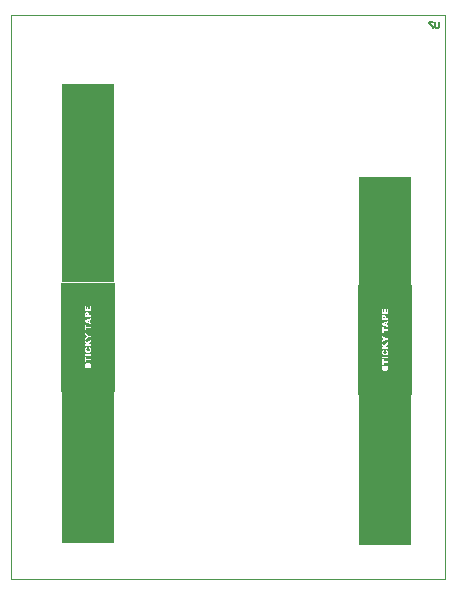
<source format=gbo>
G04 Layer_Color=32896*
%FSLAX44Y44*%
%MOMM*%
G71*
G01*
G75*
%ADD55C,0.1000*%
%ADD58C,0.1500*%
%ADD100R,4.5250X16.8750*%
%ADD101R,4.5250X12.8750*%
%ADD102R,4.5250X9.1750*%
G36*
X88838Y159250D02*
X43590D01*
Y251783D01*
X88838D01*
Y159250D01*
D02*
G37*
G36*
X340338Y157000D02*
X295090D01*
Y249533D01*
X340338D01*
Y157000D01*
D02*
G37*
%LPC*%
G36*
X68750Y231783D02*
X67599D01*
Y229081D01*
X66604D01*
Y231520D01*
X65570D01*
Y229081D01*
X64761D01*
Y231705D01*
X63678D01*
Y227511D01*
X68750D01*
Y231783D01*
D02*
G37*
G36*
X63678Y208911D02*
Y207175D01*
X65385Y206150D01*
X63678Y205136D01*
Y203400D01*
X66634Y205370D01*
X68750D01*
Y206940D01*
X66634D01*
X63678Y208911D01*
D02*
G37*
G36*
X68750Y203390D02*
X65590Y201459D01*
X63678Y203302D01*
Y201215D01*
X65600Y199586D01*
X63678D01*
Y198016D01*
X68750D01*
Y199586D01*
X67521D01*
X66673Y200396D01*
X68750Y201459D01*
Y203390D01*
D02*
G37*
G36*
X67102Y197245D02*
X67092D01*
X66673Y195870D01*
X66848Y195821D01*
X66994Y195773D01*
X67121Y195714D01*
X67228Y195656D01*
X67306Y195607D01*
X67365Y195568D01*
X67404Y195539D01*
X67414Y195529D01*
X67492Y195431D01*
X67550Y195334D01*
X67599Y195217D01*
X67628Y195109D01*
X67648Y195012D01*
X67658Y194934D01*
Y194875D01*
Y194865D01*
Y194856D01*
X67648Y194690D01*
X67609Y194544D01*
X67560Y194427D01*
X67502Y194319D01*
X67443Y194241D01*
X67394Y194183D01*
X67355Y194144D01*
X67345Y194134D01*
X67277Y194085D01*
X67209Y194046D01*
X67033Y193988D01*
X66848Y193939D01*
X66653Y193910D01*
X66477Y193890D01*
X66399D01*
X66331Y193880D01*
X66195D01*
X65951Y193890D01*
X65746Y193910D01*
X65580Y193949D01*
X65434Y193988D01*
X65326Y194027D01*
X65248Y194066D01*
X65209Y194085D01*
X65190Y194095D01*
X65112Y194153D01*
X65044Y194212D01*
X64946Y194339D01*
X64868Y194475D01*
X64809Y194602D01*
X64780Y194719D01*
X64770Y194817D01*
X64761Y194856D01*
Y194885D01*
Y194895D01*
Y194904D01*
X64780Y195070D01*
X64790Y195139D01*
X64809Y195207D01*
X64829Y195256D01*
X64839Y195295D01*
X64858Y195314D01*
Y195324D01*
X64946Y195460D01*
X65034Y195568D01*
X65073Y195607D01*
X65112Y195636D01*
X65131Y195646D01*
X65141Y195656D01*
X65190Y195685D01*
X65239Y195714D01*
X65346Y195763D01*
X65395Y195782D01*
X65434Y195802D01*
X65463Y195812D01*
X65473D01*
X65170Y197197D01*
X64888Y197080D01*
X64644Y196953D01*
X64439Y196816D01*
X64273Y196689D01*
X64146Y196563D01*
X64049Y196465D01*
X64019Y196426D01*
X64000Y196397D01*
X63980Y196387D01*
Y196377D01*
X63912Y196270D01*
X63854Y196153D01*
X63756Y195909D01*
X63688Y195656D01*
X63639Y195422D01*
X63620Y195304D01*
X63610Y195197D01*
X63600Y195109D01*
Y195022D01*
X63590Y194963D01*
Y194904D01*
Y194875D01*
Y194865D01*
X63600Y194641D01*
X63620Y194436D01*
X63649Y194241D01*
X63698Y194056D01*
X63746Y193890D01*
X63805Y193734D01*
X63863Y193588D01*
X63932Y193461D01*
X63990Y193354D01*
X64058Y193246D01*
X64117Y193168D01*
X64166Y193100D01*
X64215Y193042D01*
X64244Y193003D01*
X64263Y192983D01*
X64273Y192973D01*
X64410Y192856D01*
X64546Y192759D01*
X64702Y192671D01*
X64858Y192593D01*
X65014Y192525D01*
X65180Y192476D01*
X65492Y192398D01*
X65639Y192369D01*
X65775Y192349D01*
X65892Y192330D01*
X65999Y192320D01*
X66087Y192310D01*
X66204D01*
X66546Y192330D01*
X66848Y192369D01*
X66985Y192398D01*
X67111Y192427D01*
X67228Y192466D01*
X67336Y192505D01*
X67433Y192534D01*
X67511Y192573D01*
X67589Y192603D01*
X67648Y192632D01*
X67697Y192652D01*
X67726Y192671D01*
X67745Y192691D01*
X67755D01*
X67970Y192837D01*
X68145Y192993D01*
X68292Y193139D01*
X68409Y193285D01*
X68496Y193403D01*
X68555Y193500D01*
X68574Y193539D01*
X68594Y193568D01*
X68604Y193578D01*
Y193588D01*
X68682Y193802D01*
X68740Y194027D01*
X68779Y194251D01*
X68808Y194466D01*
X68828Y194651D01*
Y194739D01*
X68838Y194807D01*
Y194865D01*
Y194904D01*
Y194934D01*
Y194944D01*
X68828Y195187D01*
X68808Y195412D01*
X68779Y195597D01*
X68740Y195763D01*
X68701Y195890D01*
X68672Y195987D01*
X68653Y196046D01*
X68643Y196065D01*
X68565Y196221D01*
X68467Y196368D01*
X68370Y196494D01*
X68272Y196592D01*
X68194Y196680D01*
X68126Y196748D01*
X68077Y196787D01*
X68057Y196797D01*
X67901Y196904D01*
X67745Y196992D01*
X67580Y197070D01*
X67424Y197138D01*
X67297Y197187D01*
X67189Y197216D01*
X67150Y197226D01*
X67121Y197236D01*
X67102Y197245D01*
D02*
G37*
G36*
X65317Y226691D02*
X65102D01*
X64975Y226672D01*
X64741Y226623D01*
X64546Y226555D01*
X64380Y226477D01*
X64254Y226399D01*
X64166Y226331D01*
X64107Y226282D01*
X64088Y226272D01*
Y226262D01*
X64019Y226175D01*
X63951Y226087D01*
X63854Y225882D01*
X63776Y225677D01*
X63727Y225463D01*
X63698Y225277D01*
X63688Y225199D01*
Y225121D01*
X63678Y225063D01*
Y225024D01*
Y224994D01*
Y224985D01*
Y222390D01*
X68750D01*
Y223960D01*
X66868D01*
Y224819D01*
X66858Y224994D01*
X66848Y225151D01*
X66828Y225297D01*
X66799Y225433D01*
X66770Y225560D01*
X66731Y225677D01*
X66692Y225784D01*
X66653Y225872D01*
X66614Y225960D01*
X66575Y226028D01*
X66536Y226087D01*
X66507Y226136D01*
X66477Y226175D01*
X66458Y226204D01*
X66438Y226214D01*
Y226223D01*
X66351Y226301D01*
X66263Y226379D01*
X66068Y226496D01*
X65873Y226574D01*
X65678Y226633D01*
X65502Y226672D01*
X65434Y226682D01*
X65366D01*
X65317Y226691D01*
D02*
G37*
G36*
X68750Y221893D02*
X63678Y219991D01*
Y218274D01*
X68750Y216372D01*
Y217962D01*
X67911Y218225D01*
Y219991D01*
X68750Y220244D01*
Y221893D01*
D02*
G37*
G36*
X64927Y216187D02*
X63678D01*
Y211417D01*
X64927D01*
Y213017D01*
X68750D01*
Y214587D01*
X64927D01*
Y216187D01*
D02*
G37*
G36*
X67180Y183834D02*
X67102D01*
X66955Y183824D01*
X66809Y183805D01*
X66682Y183766D01*
X66575Y183737D01*
X66487Y183698D01*
X66419Y183659D01*
X66380Y183639D01*
X66360Y183629D01*
X66234Y183542D01*
X66126Y183444D01*
X66029Y183337D01*
X65951Y183230D01*
X65882Y183132D01*
X65834Y183054D01*
X65804Y182995D01*
X65795Y182986D01*
Y182976D01*
X65756Y182888D01*
X65707Y182791D01*
X65629Y182566D01*
X65551Y182322D01*
X65483Y182079D01*
X65453Y181971D01*
X65424Y181864D01*
X65405Y181766D01*
X65385Y181679D01*
X65366Y181610D01*
X65356Y181562D01*
X65346Y181523D01*
Y181513D01*
X65317Y181376D01*
X65278Y181259D01*
X65248Y181171D01*
X65219Y181103D01*
X65200Y181054D01*
X65180Y181015D01*
X65161Y181006D01*
Y180996D01*
X65122Y180957D01*
X65083Y180937D01*
X65014Y180898D01*
X64956Y180889D01*
X64936D01*
X64878Y180898D01*
X64819Y180908D01*
X64731Y180957D01*
X64673Y181006D01*
X64663Y181015D01*
X64654Y181025D01*
X64615Y181084D01*
X64585Y181142D01*
X64546Y181279D01*
Y181337D01*
X64536Y181386D01*
Y181415D01*
Y181425D01*
X64546Y181542D01*
X64556Y181649D01*
X64585Y181737D01*
X64615Y181805D01*
X64644Y181864D01*
X64663Y181913D01*
X64683Y181932D01*
X64693Y181942D01*
X64761Y182010D01*
X64839Y182069D01*
X64917Y182108D01*
X64995Y182147D01*
X65073Y182166D01*
X65131Y182186D01*
X65170Y182196D01*
X65190D01*
X65112Y183668D01*
X64966Y183649D01*
X64839Y183610D01*
X64712Y183581D01*
X64595Y183532D01*
X64400Y183434D01*
X64244Y183327D01*
X64117Y183220D01*
X64029Y183132D01*
X63980Y183073D01*
X63961Y183064D01*
Y183054D01*
X63893Y182956D01*
X63834Y182849D01*
X63746Y182615D01*
X63678Y182361D01*
X63639Y182127D01*
X63620Y182020D01*
X63610Y181913D01*
X63600Y181825D01*
Y181737D01*
X63590Y181679D01*
Y181620D01*
Y181591D01*
Y181581D01*
X63600Y181298D01*
X63620Y181054D01*
X63659Y180840D01*
X63688Y180664D01*
X63727Y180518D01*
X63746Y180459D01*
X63766Y180420D01*
X63776Y180381D01*
X63785Y180352D01*
X63795Y180342D01*
Y180333D01*
X63873Y180177D01*
X63961Y180040D01*
X64049Y179923D01*
X64137Y179825D01*
X64224Y179757D01*
X64283Y179699D01*
X64322Y179669D01*
X64341Y179660D01*
X64478Y179582D01*
X64605Y179533D01*
X64731Y179494D01*
X64839Y179465D01*
X64936Y179445D01*
X65014Y179435D01*
X65083D01*
X65190Y179445D01*
X65297Y179455D01*
X65483Y179504D01*
X65648Y179572D01*
X65795Y179660D01*
X65902Y179738D01*
X65990Y179806D01*
X66038Y179855D01*
X66058Y179874D01*
X66126Y179962D01*
X66195Y180060D01*
X66321Y180284D01*
X66429Y180528D01*
X66516Y180772D01*
X66555Y180889D01*
X66585Y180986D01*
X66614Y181084D01*
X66643Y181171D01*
X66653Y181240D01*
X66673Y181289D01*
X66682Y181327D01*
Y181337D01*
X66712Y181445D01*
X66731Y181552D01*
X66789Y181727D01*
X66838Y181864D01*
X66877Y181971D01*
X66916Y182049D01*
X66946Y182098D01*
X66965Y182127D01*
X66975Y182137D01*
X67033Y182196D01*
X67092Y182235D01*
X67150Y182274D01*
X67209Y182293D01*
X67258Y182303D01*
X67297Y182313D01*
X67326D01*
X67404Y182303D01*
X67472Y182283D01*
X67580Y182225D01*
X67628Y182186D01*
X67658Y182157D01*
X67677Y182137D01*
X67687Y182127D01*
X67736Y182059D01*
X67775Y181971D01*
X67804Y181893D01*
X67823Y181805D01*
X67833Y181737D01*
X67843Y181679D01*
Y181640D01*
Y181620D01*
X67833Y181464D01*
X67794Y181327D01*
X67745Y181210D01*
X67687Y181113D01*
X67638Y181035D01*
X67589Y180986D01*
X67550Y180947D01*
X67541Y180937D01*
X67463Y180889D01*
X67375Y180840D01*
X67189Y180781D01*
X67111Y180762D01*
X67043Y180752D01*
X67004Y180742D01*
X66985D01*
X67082Y179250D01*
X67219Y179270D01*
X67355Y179289D01*
X67609Y179357D01*
X67823Y179455D01*
X68009Y179552D01*
X68155Y179650D01*
X68214Y179689D01*
X68262Y179728D01*
X68301Y179757D01*
X68331Y179786D01*
X68340Y179796D01*
X68350Y179806D01*
X68438Y179904D01*
X68506Y180030D01*
X68574Y180157D01*
X68633Y180294D01*
X68721Y180586D01*
X68779Y180889D01*
X68799Y181025D01*
X68808Y181162D01*
X68818Y181279D01*
X68828Y181386D01*
X68838Y181474D01*
Y181532D01*
Y181581D01*
Y181591D01*
X68828Y181854D01*
X68808Y182088D01*
X68769Y182293D01*
X68731Y182469D01*
X68701Y182615D01*
X68682Y182664D01*
X68662Y182712D01*
X68653Y182752D01*
X68643Y182781D01*
X68633Y182791D01*
Y182800D01*
X68545Y182976D01*
X68448Y183122D01*
X68340Y183259D01*
X68243Y183366D01*
X68145Y183454D01*
X68077Y183512D01*
X68028Y183551D01*
X68009Y183561D01*
X67853Y183649D01*
X67687Y183717D01*
X67541Y183766D01*
X67394Y183805D01*
X67277Y183824D01*
X67180Y183834D01*
D02*
G37*
G36*
X64927Y189033D02*
X63678D01*
Y184263D01*
X64927D01*
Y185863D01*
X68750D01*
Y187433D01*
X64927D01*
Y189033D01*
D02*
G37*
G36*
X68750Y191374D02*
X63678D01*
Y189803D01*
X68750D01*
Y191374D01*
D02*
G37*
%LPD*%
G36*
X65375Y225160D02*
X65453Y225141D01*
X65522Y225111D01*
X65580Y225082D01*
X65629Y225043D01*
X65658Y225014D01*
X65678Y224994D01*
X65687Y224985D01*
X65736Y224907D01*
X65775Y224809D01*
X65804Y224702D01*
X65824Y224594D01*
X65834Y224497D01*
X65843Y224419D01*
Y224360D01*
Y224351D01*
Y224341D01*
Y223960D01*
X64712D01*
Y224399D01*
X64722Y224555D01*
X64741Y224682D01*
X64770Y224790D01*
X64800Y224868D01*
X64829Y224936D01*
X64858Y224975D01*
X64878Y224994D01*
X64888Y225004D01*
X64956Y225063D01*
X65024Y225102D01*
X65083Y225131D01*
X65151Y225151D01*
X65200Y225160D01*
X65248Y225170D01*
X65287D01*
X65375Y225160D01*
D02*
G37*
G36*
X66819Y218557D02*
X64995Y219113D01*
X66819Y219669D01*
Y218557D01*
D02*
G37*
%LPC*%
G36*
X316427Y213937D02*
X315178D01*
Y209167D01*
X316427D01*
Y210767D01*
X320250D01*
Y212337D01*
X316427D01*
Y213937D01*
D02*
G37*
G36*
X315178Y206661D02*
Y204925D01*
X316885Y203900D01*
X315178Y202886D01*
Y201150D01*
X318134Y203120D01*
X320250D01*
Y204690D01*
X318134D01*
X315178Y206661D01*
D02*
G37*
G36*
X320250Y219643D02*
X315178Y217741D01*
Y216024D01*
X320250Y214122D01*
Y215712D01*
X319411Y215975D01*
Y217741D01*
X320250Y217994D01*
Y219643D01*
D02*
G37*
G36*
Y229533D02*
X319099D01*
Y226831D01*
X318104D01*
Y229270D01*
X317070D01*
Y226831D01*
X316261D01*
Y229455D01*
X315178D01*
Y225261D01*
X320250D01*
Y229533D01*
D02*
G37*
G36*
X316817Y224442D02*
X316602D01*
X316475Y224422D01*
X316241Y224373D01*
X316046Y224305D01*
X315880Y224227D01*
X315754Y224149D01*
X315666Y224081D01*
X315607Y224032D01*
X315588Y224022D01*
Y224012D01*
X315520Y223925D01*
X315451Y223837D01*
X315354Y223632D01*
X315276Y223427D01*
X315227Y223213D01*
X315198Y223027D01*
X315188Y222949D01*
Y222871D01*
X315178Y222813D01*
Y222774D01*
Y222744D01*
Y222735D01*
Y220140D01*
X320250D01*
Y221710D01*
X318368D01*
Y222569D01*
X318358Y222744D01*
X318348Y222900D01*
X318328Y223047D01*
X318299Y223183D01*
X318270Y223310D01*
X318231Y223427D01*
X318192Y223534D01*
X318153Y223622D01*
X318114Y223710D01*
X318075Y223778D01*
X318036Y223837D01*
X318007Y223886D01*
X317977Y223925D01*
X317958Y223954D01*
X317938Y223964D01*
Y223973D01*
X317851Y224051D01*
X317763Y224129D01*
X317568Y224246D01*
X317373Y224324D01*
X317178Y224383D01*
X317002Y224422D01*
X316934Y224432D01*
X316866D01*
X316817Y224442D01*
D02*
G37*
G36*
X320250Y201140D02*
X317090Y199209D01*
X315178Y201052D01*
Y198965D01*
X317100Y197336D01*
X315178D01*
Y195766D01*
X320250D01*
Y197336D01*
X319021D01*
X318172Y198146D01*
X320250Y199209D01*
Y201140D01*
D02*
G37*
G36*
X318680Y181584D02*
X318602D01*
X318455Y181574D01*
X318309Y181555D01*
X318182Y181516D01*
X318075Y181487D01*
X317987Y181448D01*
X317919Y181409D01*
X317880Y181389D01*
X317860Y181379D01*
X317734Y181292D01*
X317626Y181194D01*
X317529Y181087D01*
X317451Y180979D01*
X317382Y180882D01*
X317334Y180804D01*
X317304Y180745D01*
X317295Y180736D01*
Y180726D01*
X317256Y180638D01*
X317207Y180541D01*
X317129Y180316D01*
X317051Y180072D01*
X316983Y179828D01*
X316953Y179721D01*
X316924Y179614D01*
X316905Y179516D01*
X316885Y179429D01*
X316866Y179360D01*
X316856Y179312D01*
X316846Y179273D01*
Y179263D01*
X316817Y179126D01*
X316778Y179009D01*
X316749Y178922D01*
X316719Y178853D01*
X316700Y178804D01*
X316680Y178765D01*
X316661Y178756D01*
Y178746D01*
X316622Y178707D01*
X316583Y178687D01*
X316514Y178648D01*
X316456Y178639D01*
X316436D01*
X316378Y178648D01*
X316319Y178658D01*
X316231Y178707D01*
X316173Y178756D01*
X316163Y178765D01*
X316154Y178775D01*
X316115Y178834D01*
X316085Y178892D01*
X316046Y179029D01*
Y179087D01*
X316036Y179136D01*
Y179165D01*
Y179175D01*
X316046Y179292D01*
X316056Y179399D01*
X316085Y179487D01*
X316115Y179555D01*
X316144Y179614D01*
X316163Y179663D01*
X316183Y179682D01*
X316192Y179692D01*
X316261Y179760D01*
X316339Y179819D01*
X316417Y179858D01*
X316495Y179897D01*
X316573Y179916D01*
X316631Y179936D01*
X316670Y179946D01*
X316690D01*
X316612Y181418D01*
X316466Y181399D01*
X316339Y181360D01*
X316212Y181331D01*
X316095Y181282D01*
X315900Y181184D01*
X315744Y181077D01*
X315617Y180970D01*
X315529Y180882D01*
X315480Y180823D01*
X315461Y180814D01*
Y180804D01*
X315393Y180706D01*
X315334Y180599D01*
X315246Y180365D01*
X315178Y180111D01*
X315139Y179877D01*
X315120Y179770D01*
X315110Y179663D01*
X315100Y179575D01*
Y179487D01*
X315090Y179429D01*
Y179370D01*
Y179341D01*
Y179331D01*
X315100Y179048D01*
X315120Y178804D01*
X315159Y178590D01*
X315188Y178414D01*
X315227Y178268D01*
X315246Y178209D01*
X315266Y178170D01*
X315276Y178131D01*
X315285Y178102D01*
X315295Y178092D01*
Y178083D01*
X315373Y177927D01*
X315461Y177790D01*
X315549Y177673D01*
X315637Y177575D01*
X315724Y177507D01*
X315783Y177449D01*
X315822Y177419D01*
X315841Y177410D01*
X315978Y177332D01*
X316105Y177283D01*
X316231Y177244D01*
X316339Y177215D01*
X316436Y177195D01*
X316514Y177185D01*
X316583D01*
X316690Y177195D01*
X316797Y177205D01*
X316983Y177254D01*
X317148Y177322D01*
X317295Y177410D01*
X317402Y177488D01*
X317490Y177556D01*
X317539Y177605D01*
X317558Y177624D01*
X317626Y177712D01*
X317695Y177810D01*
X317821Y178034D01*
X317929Y178278D01*
X318016Y178522D01*
X318055Y178639D01*
X318085Y178736D01*
X318114Y178834D01*
X318143Y178922D01*
X318153Y178990D01*
X318172Y179039D01*
X318182Y179077D01*
Y179087D01*
X318211Y179195D01*
X318231Y179302D01*
X318290Y179477D01*
X318338Y179614D01*
X318377Y179721D01*
X318416Y179799D01*
X318446Y179848D01*
X318465Y179877D01*
X318475Y179887D01*
X318533Y179946D01*
X318592Y179985D01*
X318650Y180024D01*
X318709Y180043D01*
X318758Y180053D01*
X318797Y180063D01*
X318826D01*
X318904Y180053D01*
X318972Y180033D01*
X319080Y179975D01*
X319128Y179936D01*
X319158Y179907D01*
X319177Y179887D01*
X319187Y179877D01*
X319236Y179809D01*
X319275Y179721D01*
X319304Y179643D01*
X319323Y179555D01*
X319333Y179487D01*
X319343Y179429D01*
Y179390D01*
Y179370D01*
X319333Y179214D01*
X319294Y179077D01*
X319245Y178960D01*
X319187Y178863D01*
X319138Y178785D01*
X319089Y178736D01*
X319050Y178697D01*
X319041Y178687D01*
X318962Y178639D01*
X318875Y178590D01*
X318689Y178531D01*
X318611Y178512D01*
X318543Y178502D01*
X318504Y178492D01*
X318485D01*
X318582Y177000D01*
X318719Y177020D01*
X318855Y177039D01*
X319109Y177107D01*
X319323Y177205D01*
X319509Y177302D01*
X319655Y177400D01*
X319714Y177439D01*
X319762Y177478D01*
X319801Y177507D01*
X319831Y177536D01*
X319840Y177546D01*
X319850Y177556D01*
X319938Y177654D01*
X320006Y177780D01*
X320074Y177907D01*
X320133Y178044D01*
X320221Y178336D01*
X320279Y178639D01*
X320299Y178775D01*
X320308Y178912D01*
X320318Y179029D01*
X320328Y179136D01*
X320338Y179224D01*
Y179282D01*
Y179331D01*
Y179341D01*
X320328Y179604D01*
X320308Y179838D01*
X320270Y180043D01*
X320230Y180219D01*
X320201Y180365D01*
X320182Y180414D01*
X320162Y180462D01*
X320153Y180501D01*
X320143Y180531D01*
X320133Y180541D01*
Y180550D01*
X320045Y180726D01*
X319948Y180872D01*
X319840Y181009D01*
X319743Y181116D01*
X319645Y181204D01*
X319577Y181262D01*
X319528Y181301D01*
X319509Y181311D01*
X319353Y181399D01*
X319187Y181467D01*
X319041Y181516D01*
X318894Y181555D01*
X318777Y181574D01*
X318680Y181584D01*
D02*
G37*
G36*
X316427Y186783D02*
X315178D01*
Y182013D01*
X316427D01*
Y183613D01*
X320250D01*
Y185183D01*
X316427D01*
Y186783D01*
D02*
G37*
G36*
X318602Y194995D02*
X318592D01*
X318172Y193620D01*
X318348Y193571D01*
X318494Y193523D01*
X318621Y193464D01*
X318728Y193406D01*
X318806Y193357D01*
X318865Y193318D01*
X318904Y193288D01*
X318914Y193279D01*
X318992Y193181D01*
X319050Y193084D01*
X319099Y192967D01*
X319128Y192859D01*
X319148Y192762D01*
X319158Y192684D01*
Y192625D01*
Y192616D01*
Y192606D01*
X319148Y192440D01*
X319109Y192294D01*
X319060Y192177D01*
X319002Y192069D01*
X318943Y191991D01*
X318894Y191933D01*
X318855Y191894D01*
X318846Y191884D01*
X318777Y191835D01*
X318709Y191796D01*
X318533Y191738D01*
X318348Y191689D01*
X318153Y191660D01*
X317977Y191640D01*
X317899D01*
X317831Y191630D01*
X317695D01*
X317451Y191640D01*
X317246Y191660D01*
X317080Y191699D01*
X316934Y191738D01*
X316826Y191777D01*
X316749Y191816D01*
X316709Y191835D01*
X316690Y191845D01*
X316612Y191903D01*
X316544Y191962D01*
X316446Y192089D01*
X316368Y192225D01*
X316310Y192352D01*
X316280Y192469D01*
X316271Y192567D01*
X316261Y192606D01*
Y192635D01*
Y192645D01*
Y192654D01*
X316280Y192820D01*
X316290Y192889D01*
X316310Y192957D01*
X316329Y193006D01*
X316339Y193045D01*
X316358Y193064D01*
Y193074D01*
X316446Y193211D01*
X316534Y193318D01*
X316573Y193357D01*
X316612Y193386D01*
X316631Y193396D01*
X316641Y193406D01*
X316690Y193435D01*
X316739Y193464D01*
X316846Y193513D01*
X316895Y193532D01*
X316934Y193552D01*
X316963Y193562D01*
X316973D01*
X316670Y194947D01*
X316388Y194830D01*
X316144Y194703D01*
X315939Y194566D01*
X315773Y194439D01*
X315646Y194313D01*
X315549Y194215D01*
X315520Y194176D01*
X315500Y194147D01*
X315480Y194137D01*
Y194127D01*
X315412Y194020D01*
X315354Y193903D01*
X315256Y193659D01*
X315188Y193406D01*
X315139Y193172D01*
X315120Y193054D01*
X315110Y192947D01*
X315100Y192859D01*
Y192772D01*
X315090Y192713D01*
Y192654D01*
Y192625D01*
Y192616D01*
X315100Y192391D01*
X315120Y192186D01*
X315149Y191991D01*
X315198Y191806D01*
X315246Y191640D01*
X315305Y191484D01*
X315364Y191338D01*
X315432Y191211D01*
X315490Y191104D01*
X315558Y190996D01*
X315617Y190918D01*
X315666Y190850D01*
X315715Y190792D01*
X315744Y190753D01*
X315763Y190733D01*
X315773Y190723D01*
X315910Y190606D01*
X316046Y190509D01*
X316202Y190421D01*
X316358Y190343D01*
X316514Y190275D01*
X316680Y190226D01*
X316992Y190148D01*
X317139Y190119D01*
X317275Y190099D01*
X317392Y190080D01*
X317500Y190070D01*
X317587Y190060D01*
X317704D01*
X318046Y190080D01*
X318348Y190119D01*
X318485Y190148D01*
X318611Y190177D01*
X318728Y190216D01*
X318836Y190255D01*
X318933Y190284D01*
X319011Y190323D01*
X319089Y190353D01*
X319148Y190382D01*
X319197Y190401D01*
X319226Y190421D01*
X319245Y190441D01*
X319255D01*
X319470Y190587D01*
X319645Y190743D01*
X319792Y190889D01*
X319909Y191035D01*
X319996Y191152D01*
X320055Y191250D01*
X320074Y191289D01*
X320094Y191318D01*
X320104Y191328D01*
Y191338D01*
X320182Y191552D01*
X320240Y191777D01*
X320279Y192001D01*
X320308Y192216D01*
X320328Y192401D01*
Y192489D01*
X320338Y192557D01*
Y192616D01*
Y192654D01*
Y192684D01*
Y192694D01*
X320328Y192937D01*
X320308Y193162D01*
X320279Y193347D01*
X320240Y193513D01*
X320201Y193640D01*
X320172Y193737D01*
X320153Y193796D01*
X320143Y193815D01*
X320065Y193971D01*
X319967Y194118D01*
X319870Y194244D01*
X319772Y194342D01*
X319694Y194430D01*
X319626Y194498D01*
X319577Y194537D01*
X319557Y194547D01*
X319401Y194654D01*
X319245Y194742D01*
X319080Y194820D01*
X318923Y194888D01*
X318797Y194937D01*
X318689Y194966D01*
X318650Y194976D01*
X318621Y194986D01*
X318602Y194995D01*
D02*
G37*
G36*
X320250Y189124D02*
X315178D01*
Y187553D01*
X320250D01*
Y189124D01*
D02*
G37*
%LPD*%
G36*
X318319Y216307D02*
X316495Y216863D01*
X318319Y217419D01*
Y216307D01*
D02*
G37*
G36*
X316875Y222910D02*
X316953Y222891D01*
X317022Y222861D01*
X317080Y222832D01*
X317129Y222793D01*
X317158Y222764D01*
X317178Y222744D01*
X317187Y222735D01*
X317236Y222657D01*
X317275Y222559D01*
X317304Y222452D01*
X317324Y222344D01*
X317334Y222247D01*
X317343Y222169D01*
Y222110D01*
Y222101D01*
Y222091D01*
Y221710D01*
X316212D01*
Y222149D01*
X316222Y222306D01*
X316241Y222432D01*
X316271Y222540D01*
X316300Y222618D01*
X316329Y222686D01*
X316358Y222725D01*
X316378Y222744D01*
X316388Y222754D01*
X316456Y222813D01*
X316524Y222852D01*
X316583Y222881D01*
X316651Y222900D01*
X316700Y222910D01*
X316749Y222920D01*
X316787D01*
X316875Y222910D01*
D02*
G37*
D55*
X368400Y600D02*
Y478600D01*
X1400Y600D02*
X368400D01*
X1400D02*
Y478600D01*
X368400D01*
D58*
X363000Y472498D02*
Y468333D01*
X362167Y467500D01*
X360501D01*
X359668Y468333D01*
Y472498D01*
X358002D02*
X354669D01*
Y471665D01*
X358002Y468333D01*
Y467500D01*
D100*
X66125Y335875D02*
D03*
D101*
Y95875D02*
D03*
X317625Y93625D02*
D03*
D102*
X317625Y295125D02*
D03*
M02*

</source>
